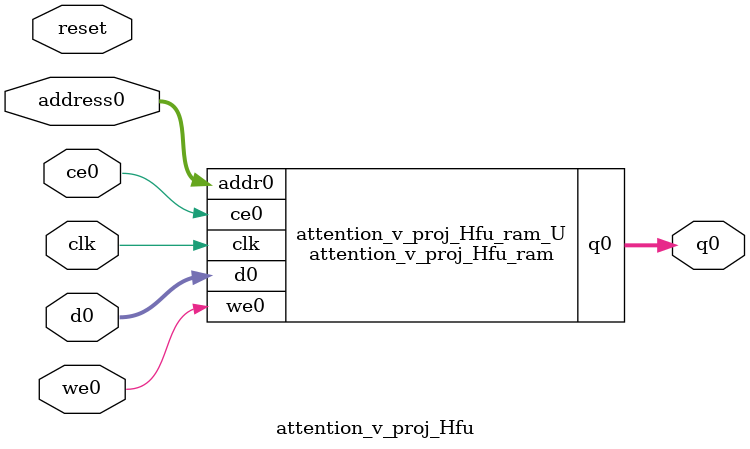
<source format=v>
`timescale 1 ns / 1 ps
module attention_v_proj_Hfu_ram (addr0, ce0, d0, we0, q0,  clk);

parameter DWIDTH = 38;
parameter AWIDTH = 5;
parameter MEM_SIZE = 24;

input[AWIDTH-1:0] addr0;
input ce0;
input[DWIDTH-1:0] d0;
input we0;
output reg[DWIDTH-1:0] q0;
input clk;

(* ram_style = "distributed" *)reg [DWIDTH-1:0] ram[0:MEM_SIZE-1];




always @(posedge clk)  
begin 
    if (ce0) begin
        if (we0) 
            ram[addr0] <= d0; 
        q0 <= ram[addr0];
    end
end


endmodule

`timescale 1 ns / 1 ps
module attention_v_proj_Hfu(
    reset,
    clk,
    address0,
    ce0,
    we0,
    d0,
    q0);

parameter DataWidth = 32'd38;
parameter AddressRange = 32'd24;
parameter AddressWidth = 32'd5;
input reset;
input clk;
input[AddressWidth - 1:0] address0;
input ce0;
input we0;
input[DataWidth - 1:0] d0;
output[DataWidth - 1:0] q0;



attention_v_proj_Hfu_ram attention_v_proj_Hfu_ram_U(
    .clk( clk ),
    .addr0( address0 ),
    .ce0( ce0 ),
    .we0( we0 ),
    .d0( d0 ),
    .q0( q0 ));

endmodule


</source>
